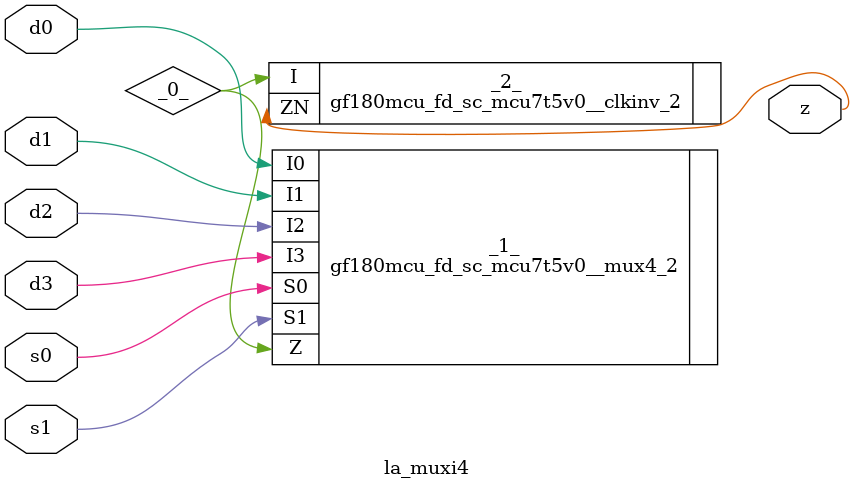
<source format=v>

/* Generated by Yosys 0.44 (git sha1 80ba43d26, g++ 11.4.0-1ubuntu1~22.04 -fPIC -O3) */

(* top =  1  *)
(* src = "generated" *)
(* keep_hierarchy *)
module la_muxi4 (
    d0,
    d1,
    d2,
    d3,
    s0,
    s1,
    z
);
  wire _0_;
  (* src = "generated" *)
  input d0;
  wire d0;
  (* src = "generated" *)
  input d1;
  wire d1;
  (* src = "generated" *)
  input d2;
  wire d2;
  (* src = "generated" *)
  input d3;
  wire d3;
  (* src = "generated" *)
  input s0;
  wire s0;
  (* src = "generated" *)
  input s1;
  wire s1;
  (* src = "generated" *)
  output z;
  wire z;
  gf180mcu_fd_sc_mcu7t5v0__mux4_2 _1_ (
      .I0(d0),
      .I1(d1),
      .I2(d2),
      .I3(d3),
      .S0(s0),
      .S1(s1),
      .Z (_0_)
  );
  gf180mcu_fd_sc_mcu7t5v0__clkinv_2 _2_ (
      .I (_0_),
      .ZN(z)
  );
endmodule

</source>
